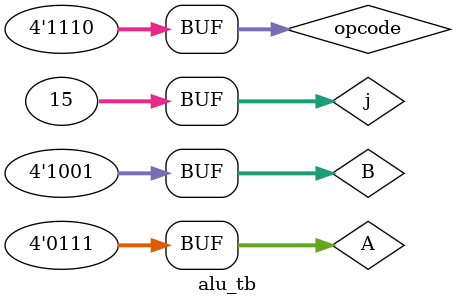
<source format=v>

module alu_tb;

   reg[3:0] A;
   reg[3:0] B;
   wire [3:0] Y;
   reg [3:0] opcode;
   wire [3:0] flags;


integer  i;
   integer j;
   integer k;


alu4 my_alu( A, B , opcode, Y, flags);

initial
begin
   #1 $monitor("A = %b", A, " B = %b", B, "  |  opcode = %b", opcode, "  |  Y =%b", Y ," | flags = %b", flags );
   $dumpfile("test.vcd");
   $dumpvars(0,alu_tb);
   A = 0110;
   B = 1110;

           for( j =0 ; j<= 14; j = j + 1)
             begin
                opcode = j ;#5;
             end
   A = 1111;
   B = 1001;
   for( j = 0 ; j<= 14 ; j=j+1)
     begin
        opcode = j;
 #5;
        end

      $display("--------------------------------------------");



end
endmodule

</source>
